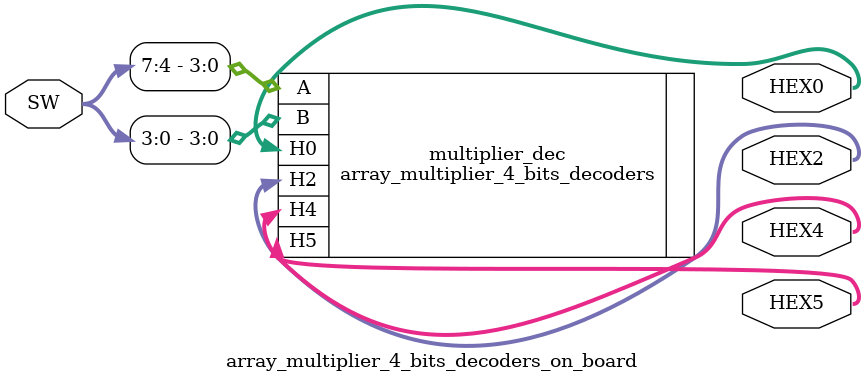
<source format=v>
module array_multiplier_4_bits_decoders_on_board(input [7:0] SW, 
																 output [0:6] HEX0, HEX2, HEX4, HEX5);
																 
	array_multiplier_4_bits_decoders multiplier_dec(.A(SW[7:4]), .B(SW[3:0]),
																	.H0(HEX0[0:6]), .H2(HEX2[0:6]),
																	.H4(HEX4[0:6]), .H5(HEX5[0:6]));
																	
endmodule

</source>
